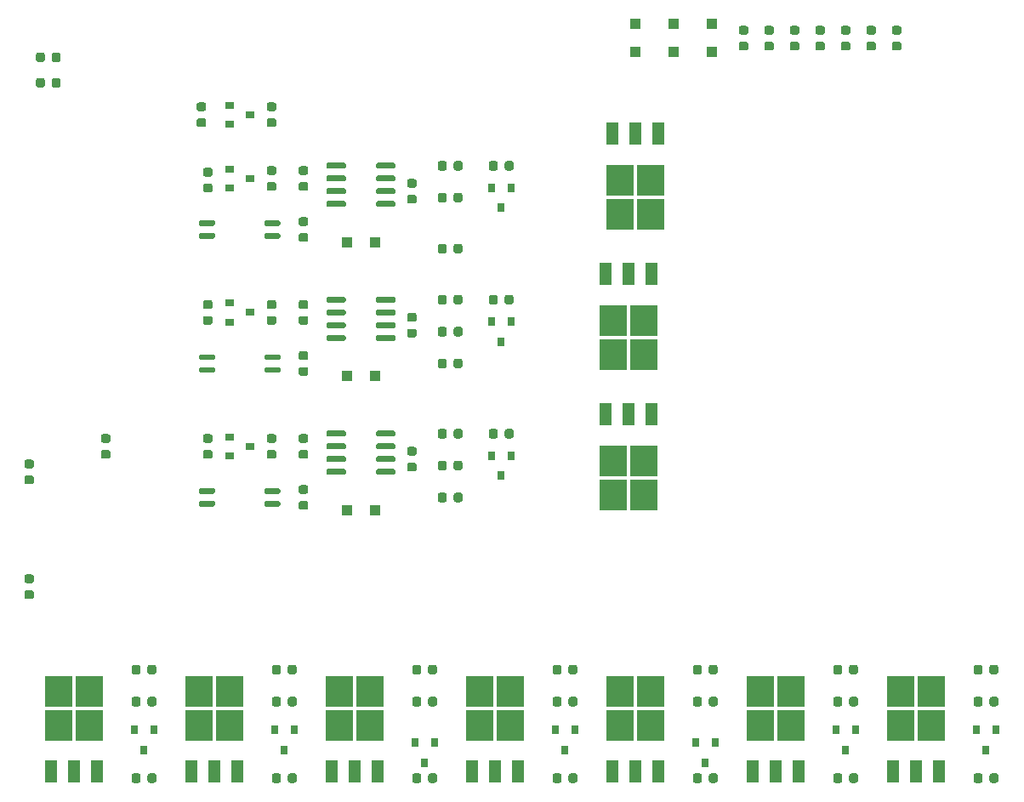
<source format=gbp>
%TF.GenerationSoftware,KiCad,Pcbnew,(5.1.6)-1*%
%TF.CreationDate,2020-09-10T20:04:36+09:00*%
%TF.ProjectId,ScoreBoradPCB,53636f72-6542-46f7-9261-645043422e6b,rev?*%
%TF.SameCoordinates,Original*%
%TF.FileFunction,Paste,Bot*%
%TF.FilePolarity,Positive*%
%FSLAX46Y46*%
G04 Gerber Fmt 4.6, Leading zero omitted, Abs format (unit mm)*
G04 Created by KiCad (PCBNEW (5.1.6)-1) date 2020-09-10 20:04:36*
%MOMM*%
%LPD*%
G01*
G04 APERTURE LIST*
%ADD10R,0.900000X0.800000*%
%ADD11R,0.800000X0.900000*%
%ADD12R,2.750000X3.050000*%
%ADD13R,1.200000X2.200000*%
%ADD14R,1.100000X1.100000*%
G04 APERTURE END LIST*
%TO.C,U7*%
G36*
G01*
X136120000Y-115720000D02*
X136120000Y-115420000D01*
G75*
G02*
X136270000Y-115270000I150000J0D01*
G01*
X137920000Y-115270000D01*
G75*
G02*
X138070000Y-115420000I0J-150000D01*
G01*
X138070000Y-115720000D01*
G75*
G02*
X137920000Y-115870000I-150000J0D01*
G01*
X136270000Y-115870000D01*
G75*
G02*
X136120000Y-115720000I0J150000D01*
G01*
G37*
G36*
G01*
X136120000Y-114450000D02*
X136120000Y-114150000D01*
G75*
G02*
X136270000Y-114000000I150000J0D01*
G01*
X137920000Y-114000000D01*
G75*
G02*
X138070000Y-114150000I0J-150000D01*
G01*
X138070000Y-114450000D01*
G75*
G02*
X137920000Y-114600000I-150000J0D01*
G01*
X136270000Y-114600000D01*
G75*
G02*
X136120000Y-114450000I0J150000D01*
G01*
G37*
G36*
G01*
X136120000Y-113180000D02*
X136120000Y-112880000D01*
G75*
G02*
X136270000Y-112730000I150000J0D01*
G01*
X137920000Y-112730000D01*
G75*
G02*
X138070000Y-112880000I0J-150000D01*
G01*
X138070000Y-113180000D01*
G75*
G02*
X137920000Y-113330000I-150000J0D01*
G01*
X136270000Y-113330000D01*
G75*
G02*
X136120000Y-113180000I0J150000D01*
G01*
G37*
G36*
G01*
X136120000Y-111910000D02*
X136120000Y-111610000D01*
G75*
G02*
X136270000Y-111460000I150000J0D01*
G01*
X137920000Y-111460000D01*
G75*
G02*
X138070000Y-111610000I0J-150000D01*
G01*
X138070000Y-111910000D01*
G75*
G02*
X137920000Y-112060000I-150000J0D01*
G01*
X136270000Y-112060000D01*
G75*
G02*
X136120000Y-111910000I0J150000D01*
G01*
G37*
G36*
G01*
X131170000Y-111910000D02*
X131170000Y-111610000D01*
G75*
G02*
X131320000Y-111460000I150000J0D01*
G01*
X132970000Y-111460000D01*
G75*
G02*
X133120000Y-111610000I0J-150000D01*
G01*
X133120000Y-111910000D01*
G75*
G02*
X132970000Y-112060000I-150000J0D01*
G01*
X131320000Y-112060000D01*
G75*
G02*
X131170000Y-111910000I0J150000D01*
G01*
G37*
G36*
G01*
X131170000Y-113180000D02*
X131170000Y-112880000D01*
G75*
G02*
X131320000Y-112730000I150000J0D01*
G01*
X132970000Y-112730000D01*
G75*
G02*
X133120000Y-112880000I0J-150000D01*
G01*
X133120000Y-113180000D01*
G75*
G02*
X132970000Y-113330000I-150000J0D01*
G01*
X131320000Y-113330000D01*
G75*
G02*
X131170000Y-113180000I0J150000D01*
G01*
G37*
G36*
G01*
X131170000Y-114450000D02*
X131170000Y-114150000D01*
G75*
G02*
X131320000Y-114000000I150000J0D01*
G01*
X132970000Y-114000000D01*
G75*
G02*
X133120000Y-114150000I0J-150000D01*
G01*
X133120000Y-114450000D01*
G75*
G02*
X132970000Y-114600000I-150000J0D01*
G01*
X131320000Y-114600000D01*
G75*
G02*
X131170000Y-114450000I0J150000D01*
G01*
G37*
G36*
G01*
X131170000Y-115720000D02*
X131170000Y-115420000D01*
G75*
G02*
X131320000Y-115270000I150000J0D01*
G01*
X132970000Y-115270000D01*
G75*
G02*
X133120000Y-115420000I0J-150000D01*
G01*
X133120000Y-115720000D01*
G75*
G02*
X132970000Y-115870000I-150000J0D01*
G01*
X131320000Y-115870000D01*
G75*
G02*
X131170000Y-115720000I0J150000D01*
G01*
G37*
%TD*%
%TO.C,U6*%
G36*
G01*
X125005000Y-118882500D02*
X125005000Y-118607500D01*
G75*
G02*
X125142500Y-118470000I137500J0D01*
G01*
X126467500Y-118470000D01*
G75*
G02*
X126605000Y-118607500I0J-137500D01*
G01*
X126605000Y-118882500D01*
G75*
G02*
X126467500Y-119020000I-137500J0D01*
G01*
X125142500Y-119020000D01*
G75*
G02*
X125005000Y-118882500I0J137500D01*
G01*
G37*
G36*
G01*
X125005000Y-117612500D02*
X125005000Y-117337500D01*
G75*
G02*
X125142500Y-117200000I137500J0D01*
G01*
X126467500Y-117200000D01*
G75*
G02*
X126605000Y-117337500I0J-137500D01*
G01*
X126605000Y-117612500D01*
G75*
G02*
X126467500Y-117750000I-137500J0D01*
G01*
X125142500Y-117750000D01*
G75*
G02*
X125005000Y-117612500I0J137500D01*
G01*
G37*
G36*
G01*
X118505000Y-117612500D02*
X118505000Y-117337500D01*
G75*
G02*
X118642500Y-117200000I137500J0D01*
G01*
X119967500Y-117200000D01*
G75*
G02*
X120105000Y-117337500I0J-137500D01*
G01*
X120105000Y-117612500D01*
G75*
G02*
X119967500Y-117750000I-137500J0D01*
G01*
X118642500Y-117750000D01*
G75*
G02*
X118505000Y-117612500I0J137500D01*
G01*
G37*
G36*
G01*
X118505000Y-118882500D02*
X118505000Y-118607500D01*
G75*
G02*
X118642500Y-118470000I137500J0D01*
G01*
X119967500Y-118470000D01*
G75*
G02*
X120105000Y-118607500I0J-137500D01*
G01*
X120105000Y-118882500D01*
G75*
G02*
X119967500Y-119020000I-137500J0D01*
G01*
X118642500Y-119020000D01*
G75*
G02*
X118505000Y-118882500I0J137500D01*
G01*
G37*
%TD*%
%TO.C,U5*%
G36*
G01*
X136120000Y-102385000D02*
X136120000Y-102085000D01*
G75*
G02*
X136270000Y-101935000I150000J0D01*
G01*
X137920000Y-101935000D01*
G75*
G02*
X138070000Y-102085000I0J-150000D01*
G01*
X138070000Y-102385000D01*
G75*
G02*
X137920000Y-102535000I-150000J0D01*
G01*
X136270000Y-102535000D01*
G75*
G02*
X136120000Y-102385000I0J150000D01*
G01*
G37*
G36*
G01*
X136120000Y-101115000D02*
X136120000Y-100815000D01*
G75*
G02*
X136270000Y-100665000I150000J0D01*
G01*
X137920000Y-100665000D01*
G75*
G02*
X138070000Y-100815000I0J-150000D01*
G01*
X138070000Y-101115000D01*
G75*
G02*
X137920000Y-101265000I-150000J0D01*
G01*
X136270000Y-101265000D01*
G75*
G02*
X136120000Y-101115000I0J150000D01*
G01*
G37*
G36*
G01*
X136120000Y-99845000D02*
X136120000Y-99545000D01*
G75*
G02*
X136270000Y-99395000I150000J0D01*
G01*
X137920000Y-99395000D01*
G75*
G02*
X138070000Y-99545000I0J-150000D01*
G01*
X138070000Y-99845000D01*
G75*
G02*
X137920000Y-99995000I-150000J0D01*
G01*
X136270000Y-99995000D01*
G75*
G02*
X136120000Y-99845000I0J150000D01*
G01*
G37*
G36*
G01*
X136120000Y-98575000D02*
X136120000Y-98275000D01*
G75*
G02*
X136270000Y-98125000I150000J0D01*
G01*
X137920000Y-98125000D01*
G75*
G02*
X138070000Y-98275000I0J-150000D01*
G01*
X138070000Y-98575000D01*
G75*
G02*
X137920000Y-98725000I-150000J0D01*
G01*
X136270000Y-98725000D01*
G75*
G02*
X136120000Y-98575000I0J150000D01*
G01*
G37*
G36*
G01*
X131170000Y-98575000D02*
X131170000Y-98275000D01*
G75*
G02*
X131320000Y-98125000I150000J0D01*
G01*
X132970000Y-98125000D01*
G75*
G02*
X133120000Y-98275000I0J-150000D01*
G01*
X133120000Y-98575000D01*
G75*
G02*
X132970000Y-98725000I-150000J0D01*
G01*
X131320000Y-98725000D01*
G75*
G02*
X131170000Y-98575000I0J150000D01*
G01*
G37*
G36*
G01*
X131170000Y-99845000D02*
X131170000Y-99545000D01*
G75*
G02*
X131320000Y-99395000I150000J0D01*
G01*
X132970000Y-99395000D01*
G75*
G02*
X133120000Y-99545000I0J-150000D01*
G01*
X133120000Y-99845000D01*
G75*
G02*
X132970000Y-99995000I-150000J0D01*
G01*
X131320000Y-99995000D01*
G75*
G02*
X131170000Y-99845000I0J150000D01*
G01*
G37*
G36*
G01*
X131170000Y-101115000D02*
X131170000Y-100815000D01*
G75*
G02*
X131320000Y-100665000I150000J0D01*
G01*
X132970000Y-100665000D01*
G75*
G02*
X133120000Y-100815000I0J-150000D01*
G01*
X133120000Y-101115000D01*
G75*
G02*
X132970000Y-101265000I-150000J0D01*
G01*
X131320000Y-101265000D01*
G75*
G02*
X131170000Y-101115000I0J150000D01*
G01*
G37*
G36*
G01*
X131170000Y-102385000D02*
X131170000Y-102085000D01*
G75*
G02*
X131320000Y-101935000I150000J0D01*
G01*
X132970000Y-101935000D01*
G75*
G02*
X133120000Y-102085000I0J-150000D01*
G01*
X133120000Y-102385000D01*
G75*
G02*
X132970000Y-102535000I-150000J0D01*
G01*
X131320000Y-102535000D01*
G75*
G02*
X131170000Y-102385000I0J150000D01*
G01*
G37*
%TD*%
%TO.C,U4*%
G36*
G01*
X125005000Y-105547500D02*
X125005000Y-105272500D01*
G75*
G02*
X125142500Y-105135000I137500J0D01*
G01*
X126467500Y-105135000D01*
G75*
G02*
X126605000Y-105272500I0J-137500D01*
G01*
X126605000Y-105547500D01*
G75*
G02*
X126467500Y-105685000I-137500J0D01*
G01*
X125142500Y-105685000D01*
G75*
G02*
X125005000Y-105547500I0J137500D01*
G01*
G37*
G36*
G01*
X125005000Y-104277500D02*
X125005000Y-104002500D01*
G75*
G02*
X125142500Y-103865000I137500J0D01*
G01*
X126467500Y-103865000D01*
G75*
G02*
X126605000Y-104002500I0J-137500D01*
G01*
X126605000Y-104277500D01*
G75*
G02*
X126467500Y-104415000I-137500J0D01*
G01*
X125142500Y-104415000D01*
G75*
G02*
X125005000Y-104277500I0J137500D01*
G01*
G37*
G36*
G01*
X118505000Y-104277500D02*
X118505000Y-104002500D01*
G75*
G02*
X118642500Y-103865000I137500J0D01*
G01*
X119967500Y-103865000D01*
G75*
G02*
X120105000Y-104002500I0J-137500D01*
G01*
X120105000Y-104277500D01*
G75*
G02*
X119967500Y-104415000I-137500J0D01*
G01*
X118642500Y-104415000D01*
G75*
G02*
X118505000Y-104277500I0J137500D01*
G01*
G37*
G36*
G01*
X118505000Y-105547500D02*
X118505000Y-105272500D01*
G75*
G02*
X118642500Y-105135000I137500J0D01*
G01*
X119967500Y-105135000D01*
G75*
G02*
X120105000Y-105272500I0J-137500D01*
G01*
X120105000Y-105547500D01*
G75*
G02*
X119967500Y-105685000I-137500J0D01*
G01*
X118642500Y-105685000D01*
G75*
G02*
X118505000Y-105547500I0J137500D01*
G01*
G37*
%TD*%
%TO.C,U3*%
G36*
G01*
X136120000Y-89050000D02*
X136120000Y-88750000D01*
G75*
G02*
X136270000Y-88600000I150000J0D01*
G01*
X137920000Y-88600000D01*
G75*
G02*
X138070000Y-88750000I0J-150000D01*
G01*
X138070000Y-89050000D01*
G75*
G02*
X137920000Y-89200000I-150000J0D01*
G01*
X136270000Y-89200000D01*
G75*
G02*
X136120000Y-89050000I0J150000D01*
G01*
G37*
G36*
G01*
X136120000Y-87780000D02*
X136120000Y-87480000D01*
G75*
G02*
X136270000Y-87330000I150000J0D01*
G01*
X137920000Y-87330000D01*
G75*
G02*
X138070000Y-87480000I0J-150000D01*
G01*
X138070000Y-87780000D01*
G75*
G02*
X137920000Y-87930000I-150000J0D01*
G01*
X136270000Y-87930000D01*
G75*
G02*
X136120000Y-87780000I0J150000D01*
G01*
G37*
G36*
G01*
X136120000Y-86510000D02*
X136120000Y-86210000D01*
G75*
G02*
X136270000Y-86060000I150000J0D01*
G01*
X137920000Y-86060000D01*
G75*
G02*
X138070000Y-86210000I0J-150000D01*
G01*
X138070000Y-86510000D01*
G75*
G02*
X137920000Y-86660000I-150000J0D01*
G01*
X136270000Y-86660000D01*
G75*
G02*
X136120000Y-86510000I0J150000D01*
G01*
G37*
G36*
G01*
X136120000Y-85240000D02*
X136120000Y-84940000D01*
G75*
G02*
X136270000Y-84790000I150000J0D01*
G01*
X137920000Y-84790000D01*
G75*
G02*
X138070000Y-84940000I0J-150000D01*
G01*
X138070000Y-85240000D01*
G75*
G02*
X137920000Y-85390000I-150000J0D01*
G01*
X136270000Y-85390000D01*
G75*
G02*
X136120000Y-85240000I0J150000D01*
G01*
G37*
G36*
G01*
X131170000Y-85240000D02*
X131170000Y-84940000D01*
G75*
G02*
X131320000Y-84790000I150000J0D01*
G01*
X132970000Y-84790000D01*
G75*
G02*
X133120000Y-84940000I0J-150000D01*
G01*
X133120000Y-85240000D01*
G75*
G02*
X132970000Y-85390000I-150000J0D01*
G01*
X131320000Y-85390000D01*
G75*
G02*
X131170000Y-85240000I0J150000D01*
G01*
G37*
G36*
G01*
X131170000Y-86510000D02*
X131170000Y-86210000D01*
G75*
G02*
X131320000Y-86060000I150000J0D01*
G01*
X132970000Y-86060000D01*
G75*
G02*
X133120000Y-86210000I0J-150000D01*
G01*
X133120000Y-86510000D01*
G75*
G02*
X132970000Y-86660000I-150000J0D01*
G01*
X131320000Y-86660000D01*
G75*
G02*
X131170000Y-86510000I0J150000D01*
G01*
G37*
G36*
G01*
X131170000Y-87780000D02*
X131170000Y-87480000D01*
G75*
G02*
X131320000Y-87330000I150000J0D01*
G01*
X132970000Y-87330000D01*
G75*
G02*
X133120000Y-87480000I0J-150000D01*
G01*
X133120000Y-87780000D01*
G75*
G02*
X132970000Y-87930000I-150000J0D01*
G01*
X131320000Y-87930000D01*
G75*
G02*
X131170000Y-87780000I0J150000D01*
G01*
G37*
G36*
G01*
X131170000Y-89050000D02*
X131170000Y-88750000D01*
G75*
G02*
X131320000Y-88600000I150000J0D01*
G01*
X132970000Y-88600000D01*
G75*
G02*
X133120000Y-88750000I0J-150000D01*
G01*
X133120000Y-89050000D01*
G75*
G02*
X132970000Y-89200000I-150000J0D01*
G01*
X131320000Y-89200000D01*
G75*
G02*
X131170000Y-89050000I0J150000D01*
G01*
G37*
%TD*%
%TO.C,U2*%
G36*
G01*
X125005000Y-92212500D02*
X125005000Y-91937500D01*
G75*
G02*
X125142500Y-91800000I137500J0D01*
G01*
X126467500Y-91800000D01*
G75*
G02*
X126605000Y-91937500I0J-137500D01*
G01*
X126605000Y-92212500D01*
G75*
G02*
X126467500Y-92350000I-137500J0D01*
G01*
X125142500Y-92350000D01*
G75*
G02*
X125005000Y-92212500I0J137500D01*
G01*
G37*
G36*
G01*
X125005000Y-90942500D02*
X125005000Y-90667500D01*
G75*
G02*
X125142500Y-90530000I137500J0D01*
G01*
X126467500Y-90530000D01*
G75*
G02*
X126605000Y-90667500I0J-137500D01*
G01*
X126605000Y-90942500D01*
G75*
G02*
X126467500Y-91080000I-137500J0D01*
G01*
X125142500Y-91080000D01*
G75*
G02*
X125005000Y-90942500I0J137500D01*
G01*
G37*
G36*
G01*
X118505000Y-90942500D02*
X118505000Y-90667500D01*
G75*
G02*
X118642500Y-90530000I137500J0D01*
G01*
X119967500Y-90530000D01*
G75*
G02*
X120105000Y-90667500I0J-137500D01*
G01*
X120105000Y-90942500D01*
G75*
G02*
X119967500Y-91080000I-137500J0D01*
G01*
X118642500Y-91080000D01*
G75*
G02*
X118505000Y-90942500I0J137500D01*
G01*
G37*
G36*
G01*
X118505000Y-92212500D02*
X118505000Y-91937500D01*
G75*
G02*
X118642500Y-91800000I137500J0D01*
G01*
X119967500Y-91800000D01*
G75*
G02*
X120105000Y-91937500I0J-137500D01*
G01*
X120105000Y-92212500D01*
G75*
G02*
X119967500Y-92350000I-137500J0D01*
G01*
X118642500Y-92350000D01*
G75*
G02*
X118505000Y-92212500I0J137500D01*
G01*
G37*
%TD*%
%TO.C,R61*%
G36*
G01*
X103855000Y-77091250D02*
X103855000Y-76578750D01*
G75*
G02*
X104073750Y-76360000I218750J0D01*
G01*
X104511250Y-76360000D01*
G75*
G02*
X104730000Y-76578750I0J-218750D01*
G01*
X104730000Y-77091250D01*
G75*
G02*
X104511250Y-77310000I-218750J0D01*
G01*
X104073750Y-77310000D01*
G75*
G02*
X103855000Y-77091250I0J218750D01*
G01*
G37*
G36*
G01*
X102280000Y-77091250D02*
X102280000Y-76578750D01*
G75*
G02*
X102498750Y-76360000I218750J0D01*
G01*
X102936250Y-76360000D01*
G75*
G02*
X103155000Y-76578750I0J-218750D01*
G01*
X103155000Y-77091250D01*
G75*
G02*
X102936250Y-77310000I-218750J0D01*
G01*
X102498750Y-77310000D01*
G75*
G02*
X102280000Y-77091250I0J218750D01*
G01*
G37*
%TD*%
%TO.C,R60*%
G36*
G01*
X103855000Y-74551250D02*
X103855000Y-74038750D01*
G75*
G02*
X104073750Y-73820000I218750J0D01*
G01*
X104511250Y-73820000D01*
G75*
G02*
X104730000Y-74038750I0J-218750D01*
G01*
X104730000Y-74551250D01*
G75*
G02*
X104511250Y-74770000I-218750J0D01*
G01*
X104073750Y-74770000D01*
G75*
G02*
X103855000Y-74551250I0J218750D01*
G01*
G37*
G36*
G01*
X102280000Y-74551250D02*
X102280000Y-74038750D01*
G75*
G02*
X102498750Y-73820000I218750J0D01*
G01*
X102936250Y-73820000D01*
G75*
G02*
X103155000Y-74038750I0J-218750D01*
G01*
X103155000Y-74551250D01*
G75*
G02*
X102936250Y-74770000I-218750J0D01*
G01*
X102498750Y-74770000D01*
G75*
G02*
X102280000Y-74551250I0J218750D01*
G01*
G37*
%TD*%
%TO.C,R59*%
G36*
G01*
X101343750Y-127350000D02*
X101856250Y-127350000D01*
G75*
G02*
X102075000Y-127568750I0J-218750D01*
G01*
X102075000Y-128006250D01*
G75*
G02*
X101856250Y-128225000I-218750J0D01*
G01*
X101343750Y-128225000D01*
G75*
G02*
X101125000Y-128006250I0J218750D01*
G01*
X101125000Y-127568750D01*
G75*
G02*
X101343750Y-127350000I218750J0D01*
G01*
G37*
G36*
G01*
X101343750Y-125775000D02*
X101856250Y-125775000D01*
G75*
G02*
X102075000Y-125993750I0J-218750D01*
G01*
X102075000Y-126431250D01*
G75*
G02*
X101856250Y-126650000I-218750J0D01*
G01*
X101343750Y-126650000D01*
G75*
G02*
X101125000Y-126431250I0J218750D01*
G01*
X101125000Y-125993750D01*
G75*
G02*
X101343750Y-125775000I218750J0D01*
G01*
G37*
%TD*%
%TO.C,R58*%
G36*
G01*
X101343750Y-115920000D02*
X101856250Y-115920000D01*
G75*
G02*
X102075000Y-116138750I0J-218750D01*
G01*
X102075000Y-116576250D01*
G75*
G02*
X101856250Y-116795000I-218750J0D01*
G01*
X101343750Y-116795000D01*
G75*
G02*
X101125000Y-116576250I0J218750D01*
G01*
X101125000Y-116138750D01*
G75*
G02*
X101343750Y-115920000I218750J0D01*
G01*
G37*
G36*
G01*
X101343750Y-114345000D02*
X101856250Y-114345000D01*
G75*
G02*
X102075000Y-114563750I0J-218750D01*
G01*
X102075000Y-115001250D01*
G75*
G02*
X101856250Y-115220000I-218750J0D01*
G01*
X101343750Y-115220000D01*
G75*
G02*
X101125000Y-115001250I0J218750D01*
G01*
X101125000Y-114563750D01*
G75*
G02*
X101343750Y-114345000I218750J0D01*
G01*
G37*
%TD*%
%TO.C,R57*%
G36*
G01*
X172463750Y-72740000D02*
X172976250Y-72740000D01*
G75*
G02*
X173195000Y-72958750I0J-218750D01*
G01*
X173195000Y-73396250D01*
G75*
G02*
X172976250Y-73615000I-218750J0D01*
G01*
X172463750Y-73615000D01*
G75*
G02*
X172245000Y-73396250I0J218750D01*
G01*
X172245000Y-72958750D01*
G75*
G02*
X172463750Y-72740000I218750J0D01*
G01*
G37*
G36*
G01*
X172463750Y-71165000D02*
X172976250Y-71165000D01*
G75*
G02*
X173195000Y-71383750I0J-218750D01*
G01*
X173195000Y-71821250D01*
G75*
G02*
X172976250Y-72040000I-218750J0D01*
G01*
X172463750Y-72040000D01*
G75*
G02*
X172245000Y-71821250I0J218750D01*
G01*
X172245000Y-71383750D01*
G75*
G02*
X172463750Y-71165000I218750J0D01*
G01*
G37*
%TD*%
%TO.C,R56*%
G36*
G01*
X185163750Y-72740000D02*
X185676250Y-72740000D01*
G75*
G02*
X185895000Y-72958750I0J-218750D01*
G01*
X185895000Y-73396250D01*
G75*
G02*
X185676250Y-73615000I-218750J0D01*
G01*
X185163750Y-73615000D01*
G75*
G02*
X184945000Y-73396250I0J218750D01*
G01*
X184945000Y-72958750D01*
G75*
G02*
X185163750Y-72740000I218750J0D01*
G01*
G37*
G36*
G01*
X185163750Y-71165000D02*
X185676250Y-71165000D01*
G75*
G02*
X185895000Y-71383750I0J-218750D01*
G01*
X185895000Y-71821250D01*
G75*
G02*
X185676250Y-72040000I-218750J0D01*
G01*
X185163750Y-72040000D01*
G75*
G02*
X184945000Y-71821250I0J218750D01*
G01*
X184945000Y-71383750D01*
G75*
G02*
X185163750Y-71165000I218750J0D01*
G01*
G37*
%TD*%
%TO.C,R55*%
G36*
G01*
X175003750Y-72740000D02*
X175516250Y-72740000D01*
G75*
G02*
X175735000Y-72958750I0J-218750D01*
G01*
X175735000Y-73396250D01*
G75*
G02*
X175516250Y-73615000I-218750J0D01*
G01*
X175003750Y-73615000D01*
G75*
G02*
X174785000Y-73396250I0J218750D01*
G01*
X174785000Y-72958750D01*
G75*
G02*
X175003750Y-72740000I218750J0D01*
G01*
G37*
G36*
G01*
X175003750Y-71165000D02*
X175516250Y-71165000D01*
G75*
G02*
X175735000Y-71383750I0J-218750D01*
G01*
X175735000Y-71821250D01*
G75*
G02*
X175516250Y-72040000I-218750J0D01*
G01*
X175003750Y-72040000D01*
G75*
G02*
X174785000Y-71821250I0J218750D01*
G01*
X174785000Y-71383750D01*
G75*
G02*
X175003750Y-71165000I218750J0D01*
G01*
G37*
%TD*%
%TO.C,R54*%
G36*
G01*
X187703750Y-72740000D02*
X188216250Y-72740000D01*
G75*
G02*
X188435000Y-72958750I0J-218750D01*
G01*
X188435000Y-73396250D01*
G75*
G02*
X188216250Y-73615000I-218750J0D01*
G01*
X187703750Y-73615000D01*
G75*
G02*
X187485000Y-73396250I0J218750D01*
G01*
X187485000Y-72958750D01*
G75*
G02*
X187703750Y-72740000I218750J0D01*
G01*
G37*
G36*
G01*
X187703750Y-71165000D02*
X188216250Y-71165000D01*
G75*
G02*
X188435000Y-71383750I0J-218750D01*
G01*
X188435000Y-71821250D01*
G75*
G02*
X188216250Y-72040000I-218750J0D01*
G01*
X187703750Y-72040000D01*
G75*
G02*
X187485000Y-71821250I0J218750D01*
G01*
X187485000Y-71383750D01*
G75*
G02*
X187703750Y-71165000I218750J0D01*
G01*
G37*
%TD*%
%TO.C,R53*%
G36*
G01*
X177543750Y-72740000D02*
X178056250Y-72740000D01*
G75*
G02*
X178275000Y-72958750I0J-218750D01*
G01*
X178275000Y-73396250D01*
G75*
G02*
X178056250Y-73615000I-218750J0D01*
G01*
X177543750Y-73615000D01*
G75*
G02*
X177325000Y-73396250I0J218750D01*
G01*
X177325000Y-72958750D01*
G75*
G02*
X177543750Y-72740000I218750J0D01*
G01*
G37*
G36*
G01*
X177543750Y-71165000D02*
X178056250Y-71165000D01*
G75*
G02*
X178275000Y-71383750I0J-218750D01*
G01*
X178275000Y-71821250D01*
G75*
G02*
X178056250Y-72040000I-218750J0D01*
G01*
X177543750Y-72040000D01*
G75*
G02*
X177325000Y-71821250I0J218750D01*
G01*
X177325000Y-71383750D01*
G75*
G02*
X177543750Y-71165000I218750J0D01*
G01*
G37*
%TD*%
%TO.C,R52*%
G36*
G01*
X180083750Y-72740000D02*
X180596250Y-72740000D01*
G75*
G02*
X180815000Y-72958750I0J-218750D01*
G01*
X180815000Y-73396250D01*
G75*
G02*
X180596250Y-73615000I-218750J0D01*
G01*
X180083750Y-73615000D01*
G75*
G02*
X179865000Y-73396250I0J218750D01*
G01*
X179865000Y-72958750D01*
G75*
G02*
X180083750Y-72740000I218750J0D01*
G01*
G37*
G36*
G01*
X180083750Y-71165000D02*
X180596250Y-71165000D01*
G75*
G02*
X180815000Y-71383750I0J-218750D01*
G01*
X180815000Y-71821250D01*
G75*
G02*
X180596250Y-72040000I-218750J0D01*
G01*
X180083750Y-72040000D01*
G75*
G02*
X179865000Y-71821250I0J218750D01*
G01*
X179865000Y-71383750D01*
G75*
G02*
X180083750Y-71165000I218750J0D01*
G01*
G37*
%TD*%
%TO.C,R51*%
G36*
G01*
X182623750Y-72740000D02*
X183136250Y-72740000D01*
G75*
G02*
X183355000Y-72958750I0J-218750D01*
G01*
X183355000Y-73396250D01*
G75*
G02*
X183136250Y-73615000I-218750J0D01*
G01*
X182623750Y-73615000D01*
G75*
G02*
X182405000Y-73396250I0J218750D01*
G01*
X182405000Y-72958750D01*
G75*
G02*
X182623750Y-72740000I218750J0D01*
G01*
G37*
G36*
G01*
X182623750Y-71165000D02*
X183136250Y-71165000D01*
G75*
G02*
X183355000Y-71383750I0J-218750D01*
G01*
X183355000Y-71821250D01*
G75*
G02*
X183136250Y-72040000I-218750J0D01*
G01*
X182623750Y-72040000D01*
G75*
G02*
X182405000Y-71821250I0J218750D01*
G01*
X182405000Y-71383750D01*
G75*
G02*
X182623750Y-71165000I218750J0D01*
G01*
G37*
%TD*%
%TO.C,R63*%
G36*
G01*
X125986250Y-79660000D02*
X125473750Y-79660000D01*
G75*
G02*
X125255000Y-79441250I0J218750D01*
G01*
X125255000Y-79003750D01*
G75*
G02*
X125473750Y-78785000I218750J0D01*
G01*
X125986250Y-78785000D01*
G75*
G02*
X126205000Y-79003750I0J-218750D01*
G01*
X126205000Y-79441250D01*
G75*
G02*
X125986250Y-79660000I-218750J0D01*
G01*
G37*
G36*
G01*
X125986250Y-81235000D02*
X125473750Y-81235000D01*
G75*
G02*
X125255000Y-81016250I0J218750D01*
G01*
X125255000Y-80578750D01*
G75*
G02*
X125473750Y-80360000I218750J0D01*
G01*
X125986250Y-80360000D01*
G75*
G02*
X126205000Y-80578750I0J-218750D01*
G01*
X126205000Y-81016250D01*
G75*
G02*
X125986250Y-81235000I-218750J0D01*
G01*
G37*
%TD*%
%TO.C,R62*%
G36*
G01*
X119001250Y-79660000D02*
X118488750Y-79660000D01*
G75*
G02*
X118270000Y-79441250I0J218750D01*
G01*
X118270000Y-79003750D01*
G75*
G02*
X118488750Y-78785000I218750J0D01*
G01*
X119001250Y-78785000D01*
G75*
G02*
X119220000Y-79003750I0J-218750D01*
G01*
X119220000Y-79441250D01*
G75*
G02*
X119001250Y-79660000I-218750J0D01*
G01*
G37*
G36*
G01*
X119001250Y-81235000D02*
X118488750Y-81235000D01*
G75*
G02*
X118270000Y-81016250I0J218750D01*
G01*
X118270000Y-80578750D01*
G75*
G02*
X118488750Y-80360000I218750J0D01*
G01*
X119001250Y-80360000D01*
G75*
G02*
X119220000Y-80578750I0J-218750D01*
G01*
X119220000Y-81016250D01*
G75*
G02*
X119001250Y-81235000I-218750J0D01*
G01*
G37*
%TD*%
%TO.C,R42*%
G36*
G01*
X148240000Y-111503750D02*
X148240000Y-112016250D01*
G75*
G02*
X148021250Y-112235000I-218750J0D01*
G01*
X147583750Y-112235000D01*
G75*
G02*
X147365000Y-112016250I0J218750D01*
G01*
X147365000Y-111503750D01*
G75*
G02*
X147583750Y-111285000I218750J0D01*
G01*
X148021250Y-111285000D01*
G75*
G02*
X148240000Y-111503750I0J-218750D01*
G01*
G37*
G36*
G01*
X149815000Y-111503750D02*
X149815000Y-112016250D01*
G75*
G02*
X149596250Y-112235000I-218750J0D01*
G01*
X149158750Y-112235000D01*
G75*
G02*
X148940000Y-112016250I0J218750D01*
G01*
X148940000Y-111503750D01*
G75*
G02*
X149158750Y-111285000I218750J0D01*
G01*
X149596250Y-111285000D01*
G75*
G02*
X149815000Y-111503750I0J-218750D01*
G01*
G37*
%TD*%
%TO.C,R41*%
G36*
G01*
X143160000Y-114678750D02*
X143160000Y-115191250D01*
G75*
G02*
X142941250Y-115410000I-218750J0D01*
G01*
X142503750Y-115410000D01*
G75*
G02*
X142285000Y-115191250I0J218750D01*
G01*
X142285000Y-114678750D01*
G75*
G02*
X142503750Y-114460000I218750J0D01*
G01*
X142941250Y-114460000D01*
G75*
G02*
X143160000Y-114678750I0J-218750D01*
G01*
G37*
G36*
G01*
X144735000Y-114678750D02*
X144735000Y-115191250D01*
G75*
G02*
X144516250Y-115410000I-218750J0D01*
G01*
X144078750Y-115410000D01*
G75*
G02*
X143860000Y-115191250I0J218750D01*
G01*
X143860000Y-114678750D01*
G75*
G02*
X144078750Y-114460000I218750J0D01*
G01*
X144516250Y-114460000D01*
G75*
G02*
X144735000Y-114678750I0J-218750D01*
G01*
G37*
%TD*%
%TO.C,R40*%
G36*
G01*
X143160000Y-111503750D02*
X143160000Y-112016250D01*
G75*
G02*
X142941250Y-112235000I-218750J0D01*
G01*
X142503750Y-112235000D01*
G75*
G02*
X142285000Y-112016250I0J218750D01*
G01*
X142285000Y-111503750D01*
G75*
G02*
X142503750Y-111285000I218750J0D01*
G01*
X142941250Y-111285000D01*
G75*
G02*
X143160000Y-111503750I0J-218750D01*
G01*
G37*
G36*
G01*
X144735000Y-111503750D02*
X144735000Y-112016250D01*
G75*
G02*
X144516250Y-112235000I-218750J0D01*
G01*
X144078750Y-112235000D01*
G75*
G02*
X143860000Y-112016250I0J218750D01*
G01*
X143860000Y-111503750D01*
G75*
G02*
X144078750Y-111285000I218750J0D01*
G01*
X144516250Y-111285000D01*
G75*
G02*
X144735000Y-111503750I0J-218750D01*
G01*
G37*
%TD*%
%TO.C,R39*%
G36*
G01*
X143160000Y-117853750D02*
X143160000Y-118366250D01*
G75*
G02*
X142941250Y-118585000I-218750J0D01*
G01*
X142503750Y-118585000D01*
G75*
G02*
X142285000Y-118366250I0J218750D01*
G01*
X142285000Y-117853750D01*
G75*
G02*
X142503750Y-117635000I218750J0D01*
G01*
X142941250Y-117635000D01*
G75*
G02*
X143160000Y-117853750I0J-218750D01*
G01*
G37*
G36*
G01*
X144735000Y-117853750D02*
X144735000Y-118366250D01*
G75*
G02*
X144516250Y-118585000I-218750J0D01*
G01*
X144078750Y-118585000D01*
G75*
G02*
X143860000Y-118366250I0J218750D01*
G01*
X143860000Y-117853750D01*
G75*
G02*
X144078750Y-117635000I218750J0D01*
G01*
X144516250Y-117635000D01*
G75*
G02*
X144735000Y-117853750I0J-218750D01*
G01*
G37*
%TD*%
%TO.C,R38*%
G36*
G01*
X129161250Y-112680000D02*
X128648750Y-112680000D01*
G75*
G02*
X128430000Y-112461250I0J218750D01*
G01*
X128430000Y-112023750D01*
G75*
G02*
X128648750Y-111805000I218750J0D01*
G01*
X129161250Y-111805000D01*
G75*
G02*
X129380000Y-112023750I0J-218750D01*
G01*
X129380000Y-112461250D01*
G75*
G02*
X129161250Y-112680000I-218750J0D01*
G01*
G37*
G36*
G01*
X129161250Y-114255000D02*
X128648750Y-114255000D01*
G75*
G02*
X128430000Y-114036250I0J218750D01*
G01*
X128430000Y-113598750D01*
G75*
G02*
X128648750Y-113380000I218750J0D01*
G01*
X129161250Y-113380000D01*
G75*
G02*
X129380000Y-113598750I0J-218750D01*
G01*
X129380000Y-114036250D01*
G75*
G02*
X129161250Y-114255000I-218750J0D01*
G01*
G37*
%TD*%
%TO.C,R37*%
G36*
G01*
X125986250Y-112680000D02*
X125473750Y-112680000D01*
G75*
G02*
X125255000Y-112461250I0J218750D01*
G01*
X125255000Y-112023750D01*
G75*
G02*
X125473750Y-111805000I218750J0D01*
G01*
X125986250Y-111805000D01*
G75*
G02*
X126205000Y-112023750I0J-218750D01*
G01*
X126205000Y-112461250D01*
G75*
G02*
X125986250Y-112680000I-218750J0D01*
G01*
G37*
G36*
G01*
X125986250Y-114255000D02*
X125473750Y-114255000D01*
G75*
G02*
X125255000Y-114036250I0J218750D01*
G01*
X125255000Y-113598750D01*
G75*
G02*
X125473750Y-113380000I218750J0D01*
G01*
X125986250Y-113380000D01*
G75*
G02*
X126205000Y-113598750I0J-218750D01*
G01*
X126205000Y-114036250D01*
G75*
G02*
X125986250Y-114255000I-218750J0D01*
G01*
G37*
%TD*%
%TO.C,R36*%
G36*
G01*
X119123750Y-113380000D02*
X119636250Y-113380000D01*
G75*
G02*
X119855000Y-113598750I0J-218750D01*
G01*
X119855000Y-114036250D01*
G75*
G02*
X119636250Y-114255000I-218750J0D01*
G01*
X119123750Y-114255000D01*
G75*
G02*
X118905000Y-114036250I0J218750D01*
G01*
X118905000Y-113598750D01*
G75*
G02*
X119123750Y-113380000I218750J0D01*
G01*
G37*
G36*
G01*
X119123750Y-111805000D02*
X119636250Y-111805000D01*
G75*
G02*
X119855000Y-112023750I0J-218750D01*
G01*
X119855000Y-112461250D01*
G75*
G02*
X119636250Y-112680000I-218750J0D01*
G01*
X119123750Y-112680000D01*
G75*
G02*
X118905000Y-112461250I0J218750D01*
G01*
X118905000Y-112023750D01*
G75*
G02*
X119123750Y-111805000I218750J0D01*
G01*
G37*
%TD*%
%TO.C,R35*%
G36*
G01*
X148240000Y-98168750D02*
X148240000Y-98681250D01*
G75*
G02*
X148021250Y-98900000I-218750J0D01*
G01*
X147583750Y-98900000D01*
G75*
G02*
X147365000Y-98681250I0J218750D01*
G01*
X147365000Y-98168750D01*
G75*
G02*
X147583750Y-97950000I218750J0D01*
G01*
X148021250Y-97950000D01*
G75*
G02*
X148240000Y-98168750I0J-218750D01*
G01*
G37*
G36*
G01*
X149815000Y-98168750D02*
X149815000Y-98681250D01*
G75*
G02*
X149596250Y-98900000I-218750J0D01*
G01*
X149158750Y-98900000D01*
G75*
G02*
X148940000Y-98681250I0J218750D01*
G01*
X148940000Y-98168750D01*
G75*
G02*
X149158750Y-97950000I218750J0D01*
G01*
X149596250Y-97950000D01*
G75*
G02*
X149815000Y-98168750I0J-218750D01*
G01*
G37*
%TD*%
%TO.C,R34*%
G36*
G01*
X143160000Y-101343750D02*
X143160000Y-101856250D01*
G75*
G02*
X142941250Y-102075000I-218750J0D01*
G01*
X142503750Y-102075000D01*
G75*
G02*
X142285000Y-101856250I0J218750D01*
G01*
X142285000Y-101343750D01*
G75*
G02*
X142503750Y-101125000I218750J0D01*
G01*
X142941250Y-101125000D01*
G75*
G02*
X143160000Y-101343750I0J-218750D01*
G01*
G37*
G36*
G01*
X144735000Y-101343750D02*
X144735000Y-101856250D01*
G75*
G02*
X144516250Y-102075000I-218750J0D01*
G01*
X144078750Y-102075000D01*
G75*
G02*
X143860000Y-101856250I0J218750D01*
G01*
X143860000Y-101343750D01*
G75*
G02*
X144078750Y-101125000I218750J0D01*
G01*
X144516250Y-101125000D01*
G75*
G02*
X144735000Y-101343750I0J-218750D01*
G01*
G37*
%TD*%
%TO.C,R33*%
G36*
G01*
X143160000Y-98168750D02*
X143160000Y-98681250D01*
G75*
G02*
X142941250Y-98900000I-218750J0D01*
G01*
X142503750Y-98900000D01*
G75*
G02*
X142285000Y-98681250I0J218750D01*
G01*
X142285000Y-98168750D01*
G75*
G02*
X142503750Y-97950000I218750J0D01*
G01*
X142941250Y-97950000D01*
G75*
G02*
X143160000Y-98168750I0J-218750D01*
G01*
G37*
G36*
G01*
X144735000Y-98168750D02*
X144735000Y-98681250D01*
G75*
G02*
X144516250Y-98900000I-218750J0D01*
G01*
X144078750Y-98900000D01*
G75*
G02*
X143860000Y-98681250I0J218750D01*
G01*
X143860000Y-98168750D01*
G75*
G02*
X144078750Y-97950000I218750J0D01*
G01*
X144516250Y-97950000D01*
G75*
G02*
X144735000Y-98168750I0J-218750D01*
G01*
G37*
%TD*%
%TO.C,R32*%
G36*
G01*
X143160000Y-104518750D02*
X143160000Y-105031250D01*
G75*
G02*
X142941250Y-105250000I-218750J0D01*
G01*
X142503750Y-105250000D01*
G75*
G02*
X142285000Y-105031250I0J218750D01*
G01*
X142285000Y-104518750D01*
G75*
G02*
X142503750Y-104300000I218750J0D01*
G01*
X142941250Y-104300000D01*
G75*
G02*
X143160000Y-104518750I0J-218750D01*
G01*
G37*
G36*
G01*
X144735000Y-104518750D02*
X144735000Y-105031250D01*
G75*
G02*
X144516250Y-105250000I-218750J0D01*
G01*
X144078750Y-105250000D01*
G75*
G02*
X143860000Y-105031250I0J218750D01*
G01*
X143860000Y-104518750D01*
G75*
G02*
X144078750Y-104300000I218750J0D01*
G01*
X144516250Y-104300000D01*
G75*
G02*
X144735000Y-104518750I0J-218750D01*
G01*
G37*
%TD*%
%TO.C,R31*%
G36*
G01*
X129161250Y-99345000D02*
X128648750Y-99345000D01*
G75*
G02*
X128430000Y-99126250I0J218750D01*
G01*
X128430000Y-98688750D01*
G75*
G02*
X128648750Y-98470000I218750J0D01*
G01*
X129161250Y-98470000D01*
G75*
G02*
X129380000Y-98688750I0J-218750D01*
G01*
X129380000Y-99126250D01*
G75*
G02*
X129161250Y-99345000I-218750J0D01*
G01*
G37*
G36*
G01*
X129161250Y-100920000D02*
X128648750Y-100920000D01*
G75*
G02*
X128430000Y-100701250I0J218750D01*
G01*
X128430000Y-100263750D01*
G75*
G02*
X128648750Y-100045000I218750J0D01*
G01*
X129161250Y-100045000D01*
G75*
G02*
X129380000Y-100263750I0J-218750D01*
G01*
X129380000Y-100701250D01*
G75*
G02*
X129161250Y-100920000I-218750J0D01*
G01*
G37*
%TD*%
%TO.C,R30*%
G36*
G01*
X125986250Y-99345000D02*
X125473750Y-99345000D01*
G75*
G02*
X125255000Y-99126250I0J218750D01*
G01*
X125255000Y-98688750D01*
G75*
G02*
X125473750Y-98470000I218750J0D01*
G01*
X125986250Y-98470000D01*
G75*
G02*
X126205000Y-98688750I0J-218750D01*
G01*
X126205000Y-99126250D01*
G75*
G02*
X125986250Y-99345000I-218750J0D01*
G01*
G37*
G36*
G01*
X125986250Y-100920000D02*
X125473750Y-100920000D01*
G75*
G02*
X125255000Y-100701250I0J218750D01*
G01*
X125255000Y-100263750D01*
G75*
G02*
X125473750Y-100045000I218750J0D01*
G01*
X125986250Y-100045000D01*
G75*
G02*
X126205000Y-100263750I0J-218750D01*
G01*
X126205000Y-100701250D01*
G75*
G02*
X125986250Y-100920000I-218750J0D01*
G01*
G37*
%TD*%
%TO.C,R29*%
G36*
G01*
X119123750Y-100045000D02*
X119636250Y-100045000D01*
G75*
G02*
X119855000Y-100263750I0J-218750D01*
G01*
X119855000Y-100701250D01*
G75*
G02*
X119636250Y-100920000I-218750J0D01*
G01*
X119123750Y-100920000D01*
G75*
G02*
X118905000Y-100701250I0J218750D01*
G01*
X118905000Y-100263750D01*
G75*
G02*
X119123750Y-100045000I218750J0D01*
G01*
G37*
G36*
G01*
X119123750Y-98470000D02*
X119636250Y-98470000D01*
G75*
G02*
X119855000Y-98688750I0J-218750D01*
G01*
X119855000Y-99126250D01*
G75*
G02*
X119636250Y-99345000I-218750J0D01*
G01*
X119123750Y-99345000D01*
G75*
G02*
X118905000Y-99126250I0J218750D01*
G01*
X118905000Y-98688750D01*
G75*
G02*
X119123750Y-98470000I218750J0D01*
G01*
G37*
%TD*%
%TO.C,R28*%
G36*
G01*
X148240000Y-84833750D02*
X148240000Y-85346250D01*
G75*
G02*
X148021250Y-85565000I-218750J0D01*
G01*
X147583750Y-85565000D01*
G75*
G02*
X147365000Y-85346250I0J218750D01*
G01*
X147365000Y-84833750D01*
G75*
G02*
X147583750Y-84615000I218750J0D01*
G01*
X148021250Y-84615000D01*
G75*
G02*
X148240000Y-84833750I0J-218750D01*
G01*
G37*
G36*
G01*
X149815000Y-84833750D02*
X149815000Y-85346250D01*
G75*
G02*
X149596250Y-85565000I-218750J0D01*
G01*
X149158750Y-85565000D01*
G75*
G02*
X148940000Y-85346250I0J218750D01*
G01*
X148940000Y-84833750D01*
G75*
G02*
X149158750Y-84615000I218750J0D01*
G01*
X149596250Y-84615000D01*
G75*
G02*
X149815000Y-84833750I0J-218750D01*
G01*
G37*
%TD*%
%TO.C,R27*%
G36*
G01*
X143160000Y-88008750D02*
X143160000Y-88521250D01*
G75*
G02*
X142941250Y-88740000I-218750J0D01*
G01*
X142503750Y-88740000D01*
G75*
G02*
X142285000Y-88521250I0J218750D01*
G01*
X142285000Y-88008750D01*
G75*
G02*
X142503750Y-87790000I218750J0D01*
G01*
X142941250Y-87790000D01*
G75*
G02*
X143160000Y-88008750I0J-218750D01*
G01*
G37*
G36*
G01*
X144735000Y-88008750D02*
X144735000Y-88521250D01*
G75*
G02*
X144516250Y-88740000I-218750J0D01*
G01*
X144078750Y-88740000D01*
G75*
G02*
X143860000Y-88521250I0J218750D01*
G01*
X143860000Y-88008750D01*
G75*
G02*
X144078750Y-87790000I218750J0D01*
G01*
X144516250Y-87790000D01*
G75*
G02*
X144735000Y-88008750I0J-218750D01*
G01*
G37*
%TD*%
%TO.C,R26*%
G36*
G01*
X143160000Y-84833750D02*
X143160000Y-85346250D01*
G75*
G02*
X142941250Y-85565000I-218750J0D01*
G01*
X142503750Y-85565000D01*
G75*
G02*
X142285000Y-85346250I0J218750D01*
G01*
X142285000Y-84833750D01*
G75*
G02*
X142503750Y-84615000I218750J0D01*
G01*
X142941250Y-84615000D01*
G75*
G02*
X143160000Y-84833750I0J-218750D01*
G01*
G37*
G36*
G01*
X144735000Y-84833750D02*
X144735000Y-85346250D01*
G75*
G02*
X144516250Y-85565000I-218750J0D01*
G01*
X144078750Y-85565000D01*
G75*
G02*
X143860000Y-85346250I0J218750D01*
G01*
X143860000Y-84833750D01*
G75*
G02*
X144078750Y-84615000I218750J0D01*
G01*
X144516250Y-84615000D01*
G75*
G02*
X144735000Y-84833750I0J-218750D01*
G01*
G37*
%TD*%
%TO.C,R25*%
G36*
G01*
X143160000Y-93088750D02*
X143160000Y-93601250D01*
G75*
G02*
X142941250Y-93820000I-218750J0D01*
G01*
X142503750Y-93820000D01*
G75*
G02*
X142285000Y-93601250I0J218750D01*
G01*
X142285000Y-93088750D01*
G75*
G02*
X142503750Y-92870000I218750J0D01*
G01*
X142941250Y-92870000D01*
G75*
G02*
X143160000Y-93088750I0J-218750D01*
G01*
G37*
G36*
G01*
X144735000Y-93088750D02*
X144735000Y-93601250D01*
G75*
G02*
X144516250Y-93820000I-218750J0D01*
G01*
X144078750Y-93820000D01*
G75*
G02*
X143860000Y-93601250I0J218750D01*
G01*
X143860000Y-93088750D01*
G75*
G02*
X144078750Y-92870000I218750J0D01*
G01*
X144516250Y-92870000D01*
G75*
G02*
X144735000Y-93088750I0J-218750D01*
G01*
G37*
%TD*%
%TO.C,R24*%
G36*
G01*
X129161250Y-86010000D02*
X128648750Y-86010000D01*
G75*
G02*
X128430000Y-85791250I0J218750D01*
G01*
X128430000Y-85353750D01*
G75*
G02*
X128648750Y-85135000I218750J0D01*
G01*
X129161250Y-85135000D01*
G75*
G02*
X129380000Y-85353750I0J-218750D01*
G01*
X129380000Y-85791250D01*
G75*
G02*
X129161250Y-86010000I-218750J0D01*
G01*
G37*
G36*
G01*
X129161250Y-87585000D02*
X128648750Y-87585000D01*
G75*
G02*
X128430000Y-87366250I0J218750D01*
G01*
X128430000Y-86928750D01*
G75*
G02*
X128648750Y-86710000I218750J0D01*
G01*
X129161250Y-86710000D01*
G75*
G02*
X129380000Y-86928750I0J-218750D01*
G01*
X129380000Y-87366250D01*
G75*
G02*
X129161250Y-87585000I-218750J0D01*
G01*
G37*
%TD*%
%TO.C,R23*%
G36*
G01*
X125986250Y-86010000D02*
X125473750Y-86010000D01*
G75*
G02*
X125255000Y-85791250I0J218750D01*
G01*
X125255000Y-85353750D01*
G75*
G02*
X125473750Y-85135000I218750J0D01*
G01*
X125986250Y-85135000D01*
G75*
G02*
X126205000Y-85353750I0J-218750D01*
G01*
X126205000Y-85791250D01*
G75*
G02*
X125986250Y-86010000I-218750J0D01*
G01*
G37*
G36*
G01*
X125986250Y-87585000D02*
X125473750Y-87585000D01*
G75*
G02*
X125255000Y-87366250I0J218750D01*
G01*
X125255000Y-86928750D01*
G75*
G02*
X125473750Y-86710000I218750J0D01*
G01*
X125986250Y-86710000D01*
G75*
G02*
X126205000Y-86928750I0J-218750D01*
G01*
X126205000Y-87366250D01*
G75*
G02*
X125986250Y-87585000I-218750J0D01*
G01*
G37*
%TD*%
%TO.C,R22*%
G36*
G01*
X119123750Y-86862500D02*
X119636250Y-86862500D01*
G75*
G02*
X119855000Y-87081250I0J-218750D01*
G01*
X119855000Y-87518750D01*
G75*
G02*
X119636250Y-87737500I-218750J0D01*
G01*
X119123750Y-87737500D01*
G75*
G02*
X118905000Y-87518750I0J218750D01*
G01*
X118905000Y-87081250D01*
G75*
G02*
X119123750Y-86862500I218750J0D01*
G01*
G37*
G36*
G01*
X119123750Y-85287500D02*
X119636250Y-85287500D01*
G75*
G02*
X119855000Y-85506250I0J-218750D01*
G01*
X119855000Y-85943750D01*
G75*
G02*
X119636250Y-86162500I-218750J0D01*
G01*
X119123750Y-86162500D01*
G75*
G02*
X118905000Y-85943750I0J218750D01*
G01*
X118905000Y-85506250D01*
G75*
G02*
X119123750Y-85287500I218750J0D01*
G01*
G37*
%TD*%
%TO.C,R21*%
G36*
G01*
X196500000Y-145793750D02*
X196500000Y-146306250D01*
G75*
G02*
X196281250Y-146525000I-218750J0D01*
G01*
X195843750Y-146525000D01*
G75*
G02*
X195625000Y-146306250I0J218750D01*
G01*
X195625000Y-145793750D01*
G75*
G02*
X195843750Y-145575000I218750J0D01*
G01*
X196281250Y-145575000D01*
G75*
G02*
X196500000Y-145793750I0J-218750D01*
G01*
G37*
G36*
G01*
X198075000Y-145793750D02*
X198075000Y-146306250D01*
G75*
G02*
X197856250Y-146525000I-218750J0D01*
G01*
X197418750Y-146525000D01*
G75*
G02*
X197200000Y-146306250I0J218750D01*
G01*
X197200000Y-145793750D01*
G75*
G02*
X197418750Y-145575000I218750J0D01*
G01*
X197856250Y-145575000D01*
G75*
G02*
X198075000Y-145793750I0J-218750D01*
G01*
G37*
%TD*%
%TO.C,R20*%
G36*
G01*
X196500000Y-138173750D02*
X196500000Y-138686250D01*
G75*
G02*
X196281250Y-138905000I-218750J0D01*
G01*
X195843750Y-138905000D01*
G75*
G02*
X195625000Y-138686250I0J218750D01*
G01*
X195625000Y-138173750D01*
G75*
G02*
X195843750Y-137955000I218750J0D01*
G01*
X196281250Y-137955000D01*
G75*
G02*
X196500000Y-138173750I0J-218750D01*
G01*
G37*
G36*
G01*
X198075000Y-138173750D02*
X198075000Y-138686250D01*
G75*
G02*
X197856250Y-138905000I-218750J0D01*
G01*
X197418750Y-138905000D01*
G75*
G02*
X197200000Y-138686250I0J218750D01*
G01*
X197200000Y-138173750D01*
G75*
G02*
X197418750Y-137955000I218750J0D01*
G01*
X197856250Y-137955000D01*
G75*
G02*
X198075000Y-138173750I0J-218750D01*
G01*
G37*
%TD*%
%TO.C,R19*%
G36*
G01*
X196500000Y-134998750D02*
X196500000Y-135511250D01*
G75*
G02*
X196281250Y-135730000I-218750J0D01*
G01*
X195843750Y-135730000D01*
G75*
G02*
X195625000Y-135511250I0J218750D01*
G01*
X195625000Y-134998750D01*
G75*
G02*
X195843750Y-134780000I218750J0D01*
G01*
X196281250Y-134780000D01*
G75*
G02*
X196500000Y-134998750I0J-218750D01*
G01*
G37*
G36*
G01*
X198075000Y-134998750D02*
X198075000Y-135511250D01*
G75*
G02*
X197856250Y-135730000I-218750J0D01*
G01*
X197418750Y-135730000D01*
G75*
G02*
X197200000Y-135511250I0J218750D01*
G01*
X197200000Y-134998750D01*
G75*
G02*
X197418750Y-134780000I218750J0D01*
G01*
X197856250Y-134780000D01*
G75*
G02*
X198075000Y-134998750I0J-218750D01*
G01*
G37*
%TD*%
%TO.C,R18*%
G36*
G01*
X182530000Y-145793750D02*
X182530000Y-146306250D01*
G75*
G02*
X182311250Y-146525000I-218750J0D01*
G01*
X181873750Y-146525000D01*
G75*
G02*
X181655000Y-146306250I0J218750D01*
G01*
X181655000Y-145793750D01*
G75*
G02*
X181873750Y-145575000I218750J0D01*
G01*
X182311250Y-145575000D01*
G75*
G02*
X182530000Y-145793750I0J-218750D01*
G01*
G37*
G36*
G01*
X184105000Y-145793750D02*
X184105000Y-146306250D01*
G75*
G02*
X183886250Y-146525000I-218750J0D01*
G01*
X183448750Y-146525000D01*
G75*
G02*
X183230000Y-146306250I0J218750D01*
G01*
X183230000Y-145793750D01*
G75*
G02*
X183448750Y-145575000I218750J0D01*
G01*
X183886250Y-145575000D01*
G75*
G02*
X184105000Y-145793750I0J-218750D01*
G01*
G37*
%TD*%
%TO.C,R17*%
G36*
G01*
X182530000Y-138173750D02*
X182530000Y-138686250D01*
G75*
G02*
X182311250Y-138905000I-218750J0D01*
G01*
X181873750Y-138905000D01*
G75*
G02*
X181655000Y-138686250I0J218750D01*
G01*
X181655000Y-138173750D01*
G75*
G02*
X181873750Y-137955000I218750J0D01*
G01*
X182311250Y-137955000D01*
G75*
G02*
X182530000Y-138173750I0J-218750D01*
G01*
G37*
G36*
G01*
X184105000Y-138173750D02*
X184105000Y-138686250D01*
G75*
G02*
X183886250Y-138905000I-218750J0D01*
G01*
X183448750Y-138905000D01*
G75*
G02*
X183230000Y-138686250I0J218750D01*
G01*
X183230000Y-138173750D01*
G75*
G02*
X183448750Y-137955000I218750J0D01*
G01*
X183886250Y-137955000D01*
G75*
G02*
X184105000Y-138173750I0J-218750D01*
G01*
G37*
%TD*%
%TO.C,R16*%
G36*
G01*
X182530000Y-134998750D02*
X182530000Y-135511250D01*
G75*
G02*
X182311250Y-135730000I-218750J0D01*
G01*
X181873750Y-135730000D01*
G75*
G02*
X181655000Y-135511250I0J218750D01*
G01*
X181655000Y-134998750D01*
G75*
G02*
X181873750Y-134780000I218750J0D01*
G01*
X182311250Y-134780000D01*
G75*
G02*
X182530000Y-134998750I0J-218750D01*
G01*
G37*
G36*
G01*
X184105000Y-134998750D02*
X184105000Y-135511250D01*
G75*
G02*
X183886250Y-135730000I-218750J0D01*
G01*
X183448750Y-135730000D01*
G75*
G02*
X183230000Y-135511250I0J218750D01*
G01*
X183230000Y-134998750D01*
G75*
G02*
X183448750Y-134780000I218750J0D01*
G01*
X183886250Y-134780000D01*
G75*
G02*
X184105000Y-134998750I0J-218750D01*
G01*
G37*
%TD*%
%TO.C,R15*%
G36*
G01*
X168560000Y-145793750D02*
X168560000Y-146306250D01*
G75*
G02*
X168341250Y-146525000I-218750J0D01*
G01*
X167903750Y-146525000D01*
G75*
G02*
X167685000Y-146306250I0J218750D01*
G01*
X167685000Y-145793750D01*
G75*
G02*
X167903750Y-145575000I218750J0D01*
G01*
X168341250Y-145575000D01*
G75*
G02*
X168560000Y-145793750I0J-218750D01*
G01*
G37*
G36*
G01*
X170135000Y-145793750D02*
X170135000Y-146306250D01*
G75*
G02*
X169916250Y-146525000I-218750J0D01*
G01*
X169478750Y-146525000D01*
G75*
G02*
X169260000Y-146306250I0J218750D01*
G01*
X169260000Y-145793750D01*
G75*
G02*
X169478750Y-145575000I218750J0D01*
G01*
X169916250Y-145575000D01*
G75*
G02*
X170135000Y-145793750I0J-218750D01*
G01*
G37*
%TD*%
%TO.C,R14*%
G36*
G01*
X168560000Y-138173750D02*
X168560000Y-138686250D01*
G75*
G02*
X168341250Y-138905000I-218750J0D01*
G01*
X167903750Y-138905000D01*
G75*
G02*
X167685000Y-138686250I0J218750D01*
G01*
X167685000Y-138173750D01*
G75*
G02*
X167903750Y-137955000I218750J0D01*
G01*
X168341250Y-137955000D01*
G75*
G02*
X168560000Y-138173750I0J-218750D01*
G01*
G37*
G36*
G01*
X170135000Y-138173750D02*
X170135000Y-138686250D01*
G75*
G02*
X169916250Y-138905000I-218750J0D01*
G01*
X169478750Y-138905000D01*
G75*
G02*
X169260000Y-138686250I0J218750D01*
G01*
X169260000Y-138173750D01*
G75*
G02*
X169478750Y-137955000I218750J0D01*
G01*
X169916250Y-137955000D01*
G75*
G02*
X170135000Y-138173750I0J-218750D01*
G01*
G37*
%TD*%
%TO.C,R13*%
G36*
G01*
X168560000Y-134998750D02*
X168560000Y-135511250D01*
G75*
G02*
X168341250Y-135730000I-218750J0D01*
G01*
X167903750Y-135730000D01*
G75*
G02*
X167685000Y-135511250I0J218750D01*
G01*
X167685000Y-134998750D01*
G75*
G02*
X167903750Y-134780000I218750J0D01*
G01*
X168341250Y-134780000D01*
G75*
G02*
X168560000Y-134998750I0J-218750D01*
G01*
G37*
G36*
G01*
X170135000Y-134998750D02*
X170135000Y-135511250D01*
G75*
G02*
X169916250Y-135730000I-218750J0D01*
G01*
X169478750Y-135730000D01*
G75*
G02*
X169260000Y-135511250I0J218750D01*
G01*
X169260000Y-134998750D01*
G75*
G02*
X169478750Y-134780000I218750J0D01*
G01*
X169916250Y-134780000D01*
G75*
G02*
X170135000Y-134998750I0J-218750D01*
G01*
G37*
%TD*%
%TO.C,R12*%
G36*
G01*
X154590000Y-145793750D02*
X154590000Y-146306250D01*
G75*
G02*
X154371250Y-146525000I-218750J0D01*
G01*
X153933750Y-146525000D01*
G75*
G02*
X153715000Y-146306250I0J218750D01*
G01*
X153715000Y-145793750D01*
G75*
G02*
X153933750Y-145575000I218750J0D01*
G01*
X154371250Y-145575000D01*
G75*
G02*
X154590000Y-145793750I0J-218750D01*
G01*
G37*
G36*
G01*
X156165000Y-145793750D02*
X156165000Y-146306250D01*
G75*
G02*
X155946250Y-146525000I-218750J0D01*
G01*
X155508750Y-146525000D01*
G75*
G02*
X155290000Y-146306250I0J218750D01*
G01*
X155290000Y-145793750D01*
G75*
G02*
X155508750Y-145575000I218750J0D01*
G01*
X155946250Y-145575000D01*
G75*
G02*
X156165000Y-145793750I0J-218750D01*
G01*
G37*
%TD*%
%TO.C,R11*%
G36*
G01*
X154590000Y-138173750D02*
X154590000Y-138686250D01*
G75*
G02*
X154371250Y-138905000I-218750J0D01*
G01*
X153933750Y-138905000D01*
G75*
G02*
X153715000Y-138686250I0J218750D01*
G01*
X153715000Y-138173750D01*
G75*
G02*
X153933750Y-137955000I218750J0D01*
G01*
X154371250Y-137955000D01*
G75*
G02*
X154590000Y-138173750I0J-218750D01*
G01*
G37*
G36*
G01*
X156165000Y-138173750D02*
X156165000Y-138686250D01*
G75*
G02*
X155946250Y-138905000I-218750J0D01*
G01*
X155508750Y-138905000D01*
G75*
G02*
X155290000Y-138686250I0J218750D01*
G01*
X155290000Y-138173750D01*
G75*
G02*
X155508750Y-137955000I218750J0D01*
G01*
X155946250Y-137955000D01*
G75*
G02*
X156165000Y-138173750I0J-218750D01*
G01*
G37*
%TD*%
%TO.C,R10*%
G36*
G01*
X154590000Y-134998750D02*
X154590000Y-135511250D01*
G75*
G02*
X154371250Y-135730000I-218750J0D01*
G01*
X153933750Y-135730000D01*
G75*
G02*
X153715000Y-135511250I0J218750D01*
G01*
X153715000Y-134998750D01*
G75*
G02*
X153933750Y-134780000I218750J0D01*
G01*
X154371250Y-134780000D01*
G75*
G02*
X154590000Y-134998750I0J-218750D01*
G01*
G37*
G36*
G01*
X156165000Y-134998750D02*
X156165000Y-135511250D01*
G75*
G02*
X155946250Y-135730000I-218750J0D01*
G01*
X155508750Y-135730000D01*
G75*
G02*
X155290000Y-135511250I0J218750D01*
G01*
X155290000Y-134998750D01*
G75*
G02*
X155508750Y-134780000I218750J0D01*
G01*
X155946250Y-134780000D01*
G75*
G02*
X156165000Y-134998750I0J-218750D01*
G01*
G37*
%TD*%
%TO.C,R9*%
G36*
G01*
X140620000Y-145793750D02*
X140620000Y-146306250D01*
G75*
G02*
X140401250Y-146525000I-218750J0D01*
G01*
X139963750Y-146525000D01*
G75*
G02*
X139745000Y-146306250I0J218750D01*
G01*
X139745000Y-145793750D01*
G75*
G02*
X139963750Y-145575000I218750J0D01*
G01*
X140401250Y-145575000D01*
G75*
G02*
X140620000Y-145793750I0J-218750D01*
G01*
G37*
G36*
G01*
X142195000Y-145793750D02*
X142195000Y-146306250D01*
G75*
G02*
X141976250Y-146525000I-218750J0D01*
G01*
X141538750Y-146525000D01*
G75*
G02*
X141320000Y-146306250I0J218750D01*
G01*
X141320000Y-145793750D01*
G75*
G02*
X141538750Y-145575000I218750J0D01*
G01*
X141976250Y-145575000D01*
G75*
G02*
X142195000Y-145793750I0J-218750D01*
G01*
G37*
%TD*%
%TO.C,R8*%
G36*
G01*
X140620000Y-138173750D02*
X140620000Y-138686250D01*
G75*
G02*
X140401250Y-138905000I-218750J0D01*
G01*
X139963750Y-138905000D01*
G75*
G02*
X139745000Y-138686250I0J218750D01*
G01*
X139745000Y-138173750D01*
G75*
G02*
X139963750Y-137955000I218750J0D01*
G01*
X140401250Y-137955000D01*
G75*
G02*
X140620000Y-138173750I0J-218750D01*
G01*
G37*
G36*
G01*
X142195000Y-138173750D02*
X142195000Y-138686250D01*
G75*
G02*
X141976250Y-138905000I-218750J0D01*
G01*
X141538750Y-138905000D01*
G75*
G02*
X141320000Y-138686250I0J218750D01*
G01*
X141320000Y-138173750D01*
G75*
G02*
X141538750Y-137955000I218750J0D01*
G01*
X141976250Y-137955000D01*
G75*
G02*
X142195000Y-138173750I0J-218750D01*
G01*
G37*
%TD*%
%TO.C,R7*%
G36*
G01*
X140620000Y-134998750D02*
X140620000Y-135511250D01*
G75*
G02*
X140401250Y-135730000I-218750J0D01*
G01*
X139963750Y-135730000D01*
G75*
G02*
X139745000Y-135511250I0J218750D01*
G01*
X139745000Y-134998750D01*
G75*
G02*
X139963750Y-134780000I218750J0D01*
G01*
X140401250Y-134780000D01*
G75*
G02*
X140620000Y-134998750I0J-218750D01*
G01*
G37*
G36*
G01*
X142195000Y-134998750D02*
X142195000Y-135511250D01*
G75*
G02*
X141976250Y-135730000I-218750J0D01*
G01*
X141538750Y-135730000D01*
G75*
G02*
X141320000Y-135511250I0J218750D01*
G01*
X141320000Y-134998750D01*
G75*
G02*
X141538750Y-134780000I218750J0D01*
G01*
X141976250Y-134780000D01*
G75*
G02*
X142195000Y-134998750I0J-218750D01*
G01*
G37*
%TD*%
%TO.C,R6*%
G36*
G01*
X126650000Y-145793750D02*
X126650000Y-146306250D01*
G75*
G02*
X126431250Y-146525000I-218750J0D01*
G01*
X125993750Y-146525000D01*
G75*
G02*
X125775000Y-146306250I0J218750D01*
G01*
X125775000Y-145793750D01*
G75*
G02*
X125993750Y-145575000I218750J0D01*
G01*
X126431250Y-145575000D01*
G75*
G02*
X126650000Y-145793750I0J-218750D01*
G01*
G37*
G36*
G01*
X128225000Y-145793750D02*
X128225000Y-146306250D01*
G75*
G02*
X128006250Y-146525000I-218750J0D01*
G01*
X127568750Y-146525000D01*
G75*
G02*
X127350000Y-146306250I0J218750D01*
G01*
X127350000Y-145793750D01*
G75*
G02*
X127568750Y-145575000I218750J0D01*
G01*
X128006250Y-145575000D01*
G75*
G02*
X128225000Y-145793750I0J-218750D01*
G01*
G37*
%TD*%
%TO.C,R5*%
G36*
G01*
X126650000Y-138173750D02*
X126650000Y-138686250D01*
G75*
G02*
X126431250Y-138905000I-218750J0D01*
G01*
X125993750Y-138905000D01*
G75*
G02*
X125775000Y-138686250I0J218750D01*
G01*
X125775000Y-138173750D01*
G75*
G02*
X125993750Y-137955000I218750J0D01*
G01*
X126431250Y-137955000D01*
G75*
G02*
X126650000Y-138173750I0J-218750D01*
G01*
G37*
G36*
G01*
X128225000Y-138173750D02*
X128225000Y-138686250D01*
G75*
G02*
X128006250Y-138905000I-218750J0D01*
G01*
X127568750Y-138905000D01*
G75*
G02*
X127350000Y-138686250I0J218750D01*
G01*
X127350000Y-138173750D01*
G75*
G02*
X127568750Y-137955000I218750J0D01*
G01*
X128006250Y-137955000D01*
G75*
G02*
X128225000Y-138173750I0J-218750D01*
G01*
G37*
%TD*%
%TO.C,R4*%
G36*
G01*
X126650000Y-134998750D02*
X126650000Y-135511250D01*
G75*
G02*
X126431250Y-135730000I-218750J0D01*
G01*
X125993750Y-135730000D01*
G75*
G02*
X125775000Y-135511250I0J218750D01*
G01*
X125775000Y-134998750D01*
G75*
G02*
X125993750Y-134780000I218750J0D01*
G01*
X126431250Y-134780000D01*
G75*
G02*
X126650000Y-134998750I0J-218750D01*
G01*
G37*
G36*
G01*
X128225000Y-134998750D02*
X128225000Y-135511250D01*
G75*
G02*
X128006250Y-135730000I-218750J0D01*
G01*
X127568750Y-135730000D01*
G75*
G02*
X127350000Y-135511250I0J218750D01*
G01*
X127350000Y-134998750D01*
G75*
G02*
X127568750Y-134780000I218750J0D01*
G01*
X128006250Y-134780000D01*
G75*
G02*
X128225000Y-134998750I0J-218750D01*
G01*
G37*
%TD*%
%TO.C,R3*%
G36*
G01*
X112680000Y-145793750D02*
X112680000Y-146306250D01*
G75*
G02*
X112461250Y-146525000I-218750J0D01*
G01*
X112023750Y-146525000D01*
G75*
G02*
X111805000Y-146306250I0J218750D01*
G01*
X111805000Y-145793750D01*
G75*
G02*
X112023750Y-145575000I218750J0D01*
G01*
X112461250Y-145575000D01*
G75*
G02*
X112680000Y-145793750I0J-218750D01*
G01*
G37*
G36*
G01*
X114255000Y-145793750D02*
X114255000Y-146306250D01*
G75*
G02*
X114036250Y-146525000I-218750J0D01*
G01*
X113598750Y-146525000D01*
G75*
G02*
X113380000Y-146306250I0J218750D01*
G01*
X113380000Y-145793750D01*
G75*
G02*
X113598750Y-145575000I218750J0D01*
G01*
X114036250Y-145575000D01*
G75*
G02*
X114255000Y-145793750I0J-218750D01*
G01*
G37*
%TD*%
%TO.C,R2*%
G36*
G01*
X112680000Y-138173750D02*
X112680000Y-138686250D01*
G75*
G02*
X112461250Y-138905000I-218750J0D01*
G01*
X112023750Y-138905000D01*
G75*
G02*
X111805000Y-138686250I0J218750D01*
G01*
X111805000Y-138173750D01*
G75*
G02*
X112023750Y-137955000I218750J0D01*
G01*
X112461250Y-137955000D01*
G75*
G02*
X112680000Y-138173750I0J-218750D01*
G01*
G37*
G36*
G01*
X114255000Y-138173750D02*
X114255000Y-138686250D01*
G75*
G02*
X114036250Y-138905000I-218750J0D01*
G01*
X113598750Y-138905000D01*
G75*
G02*
X113380000Y-138686250I0J218750D01*
G01*
X113380000Y-138173750D01*
G75*
G02*
X113598750Y-137955000I218750J0D01*
G01*
X114036250Y-137955000D01*
G75*
G02*
X114255000Y-138173750I0J-218750D01*
G01*
G37*
%TD*%
%TO.C,R1*%
G36*
G01*
X112680000Y-134998750D02*
X112680000Y-135511250D01*
G75*
G02*
X112461250Y-135730000I-218750J0D01*
G01*
X112023750Y-135730000D01*
G75*
G02*
X111805000Y-135511250I0J218750D01*
G01*
X111805000Y-134998750D01*
G75*
G02*
X112023750Y-134780000I218750J0D01*
G01*
X112461250Y-134780000D01*
G75*
G02*
X112680000Y-134998750I0J-218750D01*
G01*
G37*
G36*
G01*
X114255000Y-134998750D02*
X114255000Y-135511250D01*
G75*
G02*
X114036250Y-135730000I-218750J0D01*
G01*
X113598750Y-135730000D01*
G75*
G02*
X113380000Y-135511250I0J218750D01*
G01*
X113380000Y-134998750D01*
G75*
G02*
X113598750Y-134780000I218750J0D01*
G01*
X114036250Y-134780000D01*
G75*
G02*
X114255000Y-134998750I0J-218750D01*
G01*
G37*
%TD*%
D10*
%TO.C,Q24*%
X123555000Y-80010000D03*
X121555000Y-79060000D03*
X121555000Y-80960000D03*
%TD*%
D11*
%TO.C,Q23*%
X148590000Y-115935000D03*
X149540000Y-113935000D03*
X147640000Y-113935000D03*
%TD*%
D12*
%TO.C,Q22*%
X162815000Y-114480000D03*
X159765000Y-117830000D03*
X159765000Y-114480000D03*
X162815000Y-117830000D03*
D13*
X163570000Y-109855000D03*
X161290000Y-109855000D03*
X159010000Y-109855000D03*
%TD*%
D10*
%TO.C,Q21*%
X123555000Y-113030000D03*
X121555000Y-112080000D03*
X121555000Y-113980000D03*
%TD*%
D11*
%TO.C,Q20*%
X148590000Y-102600000D03*
X149540000Y-100600000D03*
X147640000Y-100600000D03*
%TD*%
D12*
%TO.C,Q19*%
X162815000Y-100510000D03*
X159765000Y-103860000D03*
X159765000Y-100510000D03*
X162815000Y-103860000D03*
D13*
X163570000Y-95885000D03*
X161290000Y-95885000D03*
X159010000Y-95885000D03*
%TD*%
D10*
%TO.C,Q18*%
X123555000Y-99695000D03*
X121555000Y-98745000D03*
X121555000Y-100645000D03*
%TD*%
D11*
%TO.C,Q17*%
X148590000Y-89265000D03*
X149540000Y-87265000D03*
X147640000Y-87265000D03*
%TD*%
D12*
%TO.C,Q16*%
X163450000Y-86540000D03*
X160400000Y-89890000D03*
X160400000Y-86540000D03*
X163450000Y-89890000D03*
D13*
X164205000Y-81915000D03*
X161925000Y-81915000D03*
X159645000Y-81915000D03*
%TD*%
D10*
%TO.C,Q15*%
X123555000Y-86360000D03*
X121555000Y-85410000D03*
X121555000Y-87310000D03*
%TD*%
D12*
%TO.C,Q14*%
X188340000Y-140790000D03*
X191390000Y-137440000D03*
X191390000Y-140790000D03*
X188340000Y-137440000D03*
D13*
X187585000Y-145415000D03*
X189865000Y-145415000D03*
X192145000Y-145415000D03*
%TD*%
D11*
%TO.C,Q13*%
X196850000Y-143240000D03*
X197800000Y-141240000D03*
X195900000Y-141240000D03*
%TD*%
D12*
%TO.C,Q12*%
X174370000Y-140790000D03*
X177420000Y-137440000D03*
X177420000Y-140790000D03*
X174370000Y-137440000D03*
D13*
X173615000Y-145415000D03*
X175895000Y-145415000D03*
X178175000Y-145415000D03*
%TD*%
D11*
%TO.C,Q11*%
X182880000Y-143240000D03*
X183830000Y-141240000D03*
X181930000Y-141240000D03*
%TD*%
D12*
%TO.C,Q10*%
X160400000Y-140790000D03*
X163450000Y-137440000D03*
X163450000Y-140790000D03*
X160400000Y-137440000D03*
D13*
X159645000Y-145415000D03*
X161925000Y-145415000D03*
X164205000Y-145415000D03*
%TD*%
D11*
%TO.C,Q9*%
X168910000Y-144510000D03*
X169860000Y-142510000D03*
X167960000Y-142510000D03*
%TD*%
D12*
%TO.C,Q8*%
X146430000Y-140790000D03*
X149480000Y-137440000D03*
X149480000Y-140790000D03*
X146430000Y-137440000D03*
D13*
X145675000Y-145415000D03*
X147955000Y-145415000D03*
X150235000Y-145415000D03*
%TD*%
D11*
%TO.C,Q7*%
X154940000Y-143240000D03*
X155890000Y-141240000D03*
X153990000Y-141240000D03*
%TD*%
D12*
%TO.C,Q6*%
X132460000Y-140790000D03*
X135510000Y-137440000D03*
X135510000Y-140790000D03*
X132460000Y-137440000D03*
D13*
X131705000Y-145415000D03*
X133985000Y-145415000D03*
X136265000Y-145415000D03*
%TD*%
D11*
%TO.C,Q5*%
X140970000Y-144510000D03*
X141920000Y-142510000D03*
X140020000Y-142510000D03*
%TD*%
D12*
%TO.C,Q4*%
X118490000Y-140790000D03*
X121540000Y-137440000D03*
X121540000Y-140790000D03*
X118490000Y-137440000D03*
D13*
X117735000Y-145415000D03*
X120015000Y-145415000D03*
X122295000Y-145415000D03*
%TD*%
D11*
%TO.C,Q3*%
X127000000Y-143240000D03*
X127950000Y-141240000D03*
X126050000Y-141240000D03*
%TD*%
D12*
%TO.C,Q2*%
X104520000Y-140790000D03*
X107570000Y-137440000D03*
X107570000Y-140790000D03*
X104520000Y-137440000D03*
D13*
X103765000Y-145415000D03*
X106045000Y-145415000D03*
X108325000Y-145415000D03*
%TD*%
D11*
%TO.C,Q1*%
X113030000Y-143240000D03*
X113980000Y-141240000D03*
X112080000Y-141240000D03*
%TD*%
D14*
%TO.C,D6*%
X133220000Y-119380000D03*
X136020000Y-119380000D03*
%TD*%
%TO.C,D5*%
X161925000Y-73790000D03*
X161925000Y-70990000D03*
%TD*%
%TO.C,D4*%
X133220000Y-106045000D03*
X136020000Y-106045000D03*
%TD*%
%TO.C,D3*%
X165735000Y-73790000D03*
X165735000Y-70990000D03*
%TD*%
%TO.C,D2*%
X133220000Y-92710000D03*
X136020000Y-92710000D03*
%TD*%
%TO.C,D1*%
X169545000Y-73790000D03*
X169545000Y-70990000D03*
%TD*%
%TO.C,C7*%
G36*
G01*
X139956250Y-113950000D02*
X139443750Y-113950000D01*
G75*
G02*
X139225000Y-113731250I0J218750D01*
G01*
X139225000Y-113293750D01*
G75*
G02*
X139443750Y-113075000I218750J0D01*
G01*
X139956250Y-113075000D01*
G75*
G02*
X140175000Y-113293750I0J-218750D01*
G01*
X140175000Y-113731250D01*
G75*
G02*
X139956250Y-113950000I-218750J0D01*
G01*
G37*
G36*
G01*
X139956250Y-115525000D02*
X139443750Y-115525000D01*
G75*
G02*
X139225000Y-115306250I0J218750D01*
G01*
X139225000Y-114868750D01*
G75*
G02*
X139443750Y-114650000I218750J0D01*
G01*
X139956250Y-114650000D01*
G75*
G02*
X140175000Y-114868750I0J-218750D01*
G01*
X140175000Y-115306250D01*
G75*
G02*
X139956250Y-115525000I-218750J0D01*
G01*
G37*
%TD*%
%TO.C,C6*%
G36*
G01*
X129161250Y-117760000D02*
X128648750Y-117760000D01*
G75*
G02*
X128430000Y-117541250I0J218750D01*
G01*
X128430000Y-117103750D01*
G75*
G02*
X128648750Y-116885000I218750J0D01*
G01*
X129161250Y-116885000D01*
G75*
G02*
X129380000Y-117103750I0J-218750D01*
G01*
X129380000Y-117541250D01*
G75*
G02*
X129161250Y-117760000I-218750J0D01*
G01*
G37*
G36*
G01*
X129161250Y-119335000D02*
X128648750Y-119335000D01*
G75*
G02*
X128430000Y-119116250I0J218750D01*
G01*
X128430000Y-118678750D01*
G75*
G02*
X128648750Y-118460000I218750J0D01*
G01*
X129161250Y-118460000D01*
G75*
G02*
X129380000Y-118678750I0J-218750D01*
G01*
X129380000Y-119116250D01*
G75*
G02*
X129161250Y-119335000I-218750J0D01*
G01*
G37*
%TD*%
%TO.C,C5*%
G36*
G01*
X139956250Y-100615000D02*
X139443750Y-100615000D01*
G75*
G02*
X139225000Y-100396250I0J218750D01*
G01*
X139225000Y-99958750D01*
G75*
G02*
X139443750Y-99740000I218750J0D01*
G01*
X139956250Y-99740000D01*
G75*
G02*
X140175000Y-99958750I0J-218750D01*
G01*
X140175000Y-100396250D01*
G75*
G02*
X139956250Y-100615000I-218750J0D01*
G01*
G37*
G36*
G01*
X139956250Y-102190000D02*
X139443750Y-102190000D01*
G75*
G02*
X139225000Y-101971250I0J218750D01*
G01*
X139225000Y-101533750D01*
G75*
G02*
X139443750Y-101315000I218750J0D01*
G01*
X139956250Y-101315000D01*
G75*
G02*
X140175000Y-101533750I0J-218750D01*
G01*
X140175000Y-101971250D01*
G75*
G02*
X139956250Y-102190000I-218750J0D01*
G01*
G37*
%TD*%
%TO.C,C4*%
G36*
G01*
X129161250Y-104425000D02*
X128648750Y-104425000D01*
G75*
G02*
X128430000Y-104206250I0J218750D01*
G01*
X128430000Y-103768750D01*
G75*
G02*
X128648750Y-103550000I218750J0D01*
G01*
X129161250Y-103550000D01*
G75*
G02*
X129380000Y-103768750I0J-218750D01*
G01*
X129380000Y-104206250D01*
G75*
G02*
X129161250Y-104425000I-218750J0D01*
G01*
G37*
G36*
G01*
X129161250Y-106000000D02*
X128648750Y-106000000D01*
G75*
G02*
X128430000Y-105781250I0J218750D01*
G01*
X128430000Y-105343750D01*
G75*
G02*
X128648750Y-105125000I218750J0D01*
G01*
X129161250Y-105125000D01*
G75*
G02*
X129380000Y-105343750I0J-218750D01*
G01*
X129380000Y-105781250D01*
G75*
G02*
X129161250Y-106000000I-218750J0D01*
G01*
G37*
%TD*%
%TO.C,C3*%
G36*
G01*
X139956250Y-87280000D02*
X139443750Y-87280000D01*
G75*
G02*
X139225000Y-87061250I0J218750D01*
G01*
X139225000Y-86623750D01*
G75*
G02*
X139443750Y-86405000I218750J0D01*
G01*
X139956250Y-86405000D01*
G75*
G02*
X140175000Y-86623750I0J-218750D01*
G01*
X140175000Y-87061250D01*
G75*
G02*
X139956250Y-87280000I-218750J0D01*
G01*
G37*
G36*
G01*
X139956250Y-88855000D02*
X139443750Y-88855000D01*
G75*
G02*
X139225000Y-88636250I0J218750D01*
G01*
X139225000Y-88198750D01*
G75*
G02*
X139443750Y-87980000I218750J0D01*
G01*
X139956250Y-87980000D01*
G75*
G02*
X140175000Y-88198750I0J-218750D01*
G01*
X140175000Y-88636250D01*
G75*
G02*
X139956250Y-88855000I-218750J0D01*
G01*
G37*
%TD*%
%TO.C,C2*%
G36*
G01*
X129161250Y-91090000D02*
X128648750Y-91090000D01*
G75*
G02*
X128430000Y-90871250I0J218750D01*
G01*
X128430000Y-90433750D01*
G75*
G02*
X128648750Y-90215000I218750J0D01*
G01*
X129161250Y-90215000D01*
G75*
G02*
X129380000Y-90433750I0J-218750D01*
G01*
X129380000Y-90871250D01*
G75*
G02*
X129161250Y-91090000I-218750J0D01*
G01*
G37*
G36*
G01*
X129161250Y-92665000D02*
X128648750Y-92665000D01*
G75*
G02*
X128430000Y-92446250I0J218750D01*
G01*
X128430000Y-92008750D01*
G75*
G02*
X128648750Y-91790000I218750J0D01*
G01*
X129161250Y-91790000D01*
G75*
G02*
X129380000Y-92008750I0J-218750D01*
G01*
X129380000Y-92446250D01*
G75*
G02*
X129161250Y-92665000I-218750J0D01*
G01*
G37*
%TD*%
%TO.C,C1*%
G36*
G01*
X108963750Y-113380000D02*
X109476250Y-113380000D01*
G75*
G02*
X109695000Y-113598750I0J-218750D01*
G01*
X109695000Y-114036250D01*
G75*
G02*
X109476250Y-114255000I-218750J0D01*
G01*
X108963750Y-114255000D01*
G75*
G02*
X108745000Y-114036250I0J218750D01*
G01*
X108745000Y-113598750D01*
G75*
G02*
X108963750Y-113380000I218750J0D01*
G01*
G37*
G36*
G01*
X108963750Y-111805000D02*
X109476250Y-111805000D01*
G75*
G02*
X109695000Y-112023750I0J-218750D01*
G01*
X109695000Y-112461250D01*
G75*
G02*
X109476250Y-112680000I-218750J0D01*
G01*
X108963750Y-112680000D01*
G75*
G02*
X108745000Y-112461250I0J218750D01*
G01*
X108745000Y-112023750D01*
G75*
G02*
X108963750Y-111805000I218750J0D01*
G01*
G37*
%TD*%
M02*

</source>
